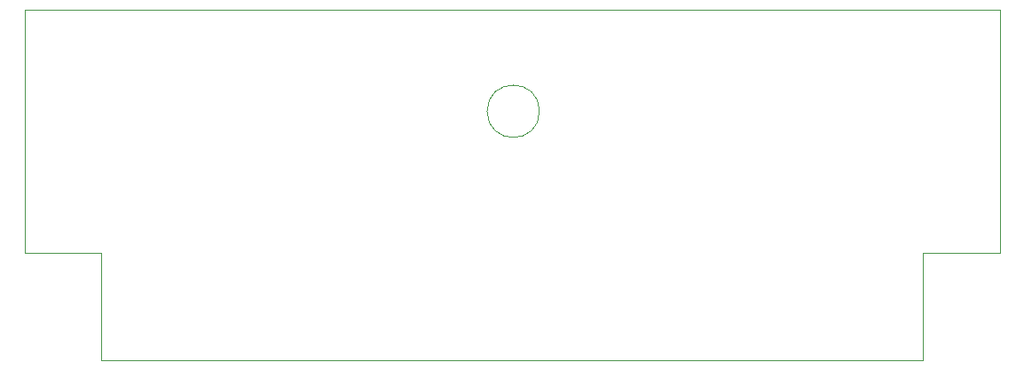
<source format=gbr>
%TF.GenerationSoftware,KiCad,Pcbnew,7.0.7*%
%TF.CreationDate,2023-09-07T16:09:02+01:00*%
%TF.ProjectId,FamiFlex,46616d69-466c-4657-982e-6b696361645f,rev?*%
%TF.SameCoordinates,Original*%
%TF.FileFunction,Profile,NP*%
%FSLAX46Y46*%
G04 Gerber Fmt 4.6, Leading zero omitted, Abs format (unit mm)*
G04 Created by KiCad (PCBNEW 7.0.7) date 2023-09-07 16:09:02*
%MOMM*%
%LPD*%
G01*
G04 APERTURE LIST*
%TA.AperFunction,Profile*%
%ADD10C,0.100000*%
%TD*%
G04 APERTURE END LIST*
D10*
X121500000Y-57900000D02*
X121500000Y-81100000D01*
X28500000Y-57900000D02*
X28500000Y-81100000D01*
X114200000Y-91400000D02*
X35800000Y-91400000D01*
X77600000Y-67600000D02*
G75*
G03*
X77600000Y-67600000I-2500000J0D01*
G01*
X114200000Y-81100000D02*
X114200000Y-91400000D01*
X121500000Y-81100000D02*
X114200000Y-81100000D01*
X121500000Y-57900000D02*
X109000000Y-57900000D01*
X28500000Y-57900000D02*
X41000000Y-57900000D01*
X35800000Y-81100000D02*
X28500000Y-81100000D01*
X35800000Y-91400000D02*
X35800000Y-81100000D01*
X41000000Y-57900000D02*
X109000000Y-57900000D01*
M02*

</source>
